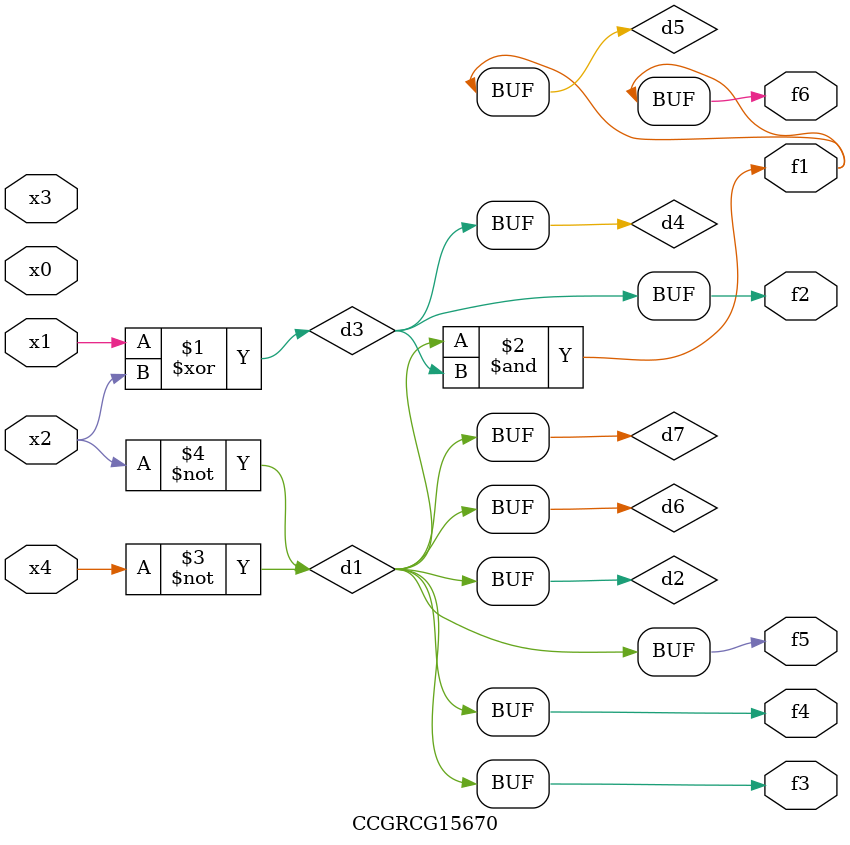
<source format=v>
module CCGRCG15670(
	input x0, x1, x2, x3, x4,
	output f1, f2, f3, f4, f5, f6
);

	wire d1, d2, d3, d4, d5, d6, d7;

	not (d1, x4);
	not (d2, x2);
	xor (d3, x1, x2);
	buf (d4, d3);
	and (d5, d1, d3);
	buf (d6, d1, d2);
	buf (d7, d2);
	assign f1 = d5;
	assign f2 = d4;
	assign f3 = d7;
	assign f4 = d7;
	assign f5 = d7;
	assign f6 = d5;
endmodule

</source>
